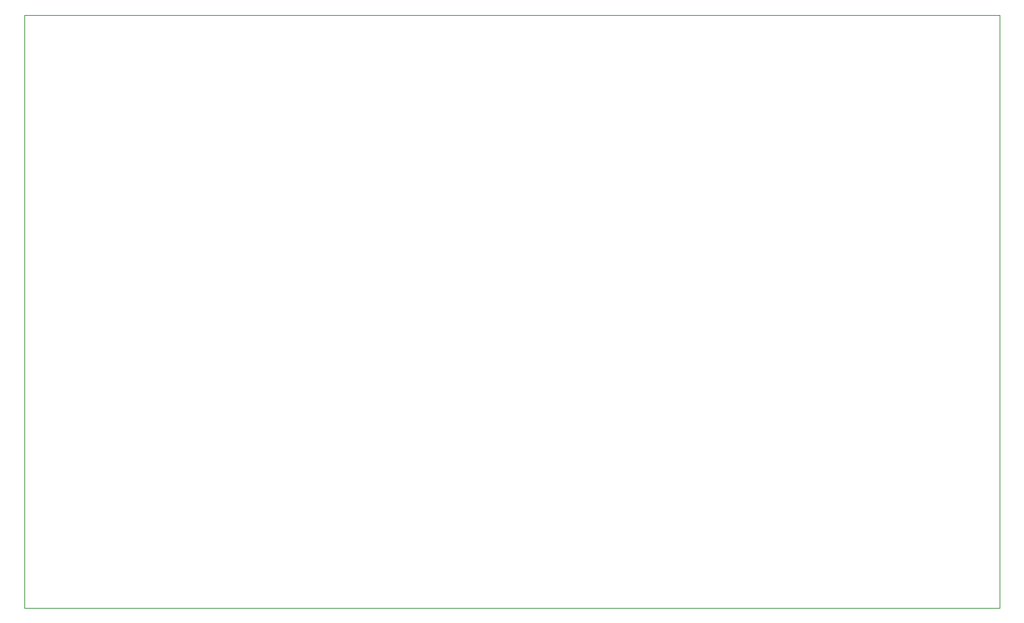
<source format=gbr>
%TF.GenerationSoftware,KiCad,Pcbnew,7.0.11+dfsg-1build4*%
%TF.CreationDate,2025-10-15T20:37:07-05:00*%
%TF.ProjectId,mcu-proto-115x70mm,6d63752d-7072-46f7-946f-2d3131357837,rev?*%
%TF.SameCoordinates,Original*%
%TF.FileFunction,Profile,NP*%
%FSLAX46Y46*%
G04 Gerber Fmt 4.6, Leading zero omitted, Abs format (unit mm)*
G04 Created by KiCad (PCBNEW 7.0.11+dfsg-1build4) date 2025-10-15 20:37:07*
%MOMM*%
%LPD*%
G01*
G04 APERTURE LIST*
%TA.AperFunction,Profile*%
%ADD10C,0.050000*%
%TD*%
G04 APERTURE END LIST*
D10*
X100000000Y-120000000D02*
X215000000Y-120000000D01*
X100000000Y-50000000D02*
X100000000Y-120000000D01*
X215000000Y-50000000D02*
X215000000Y-120000000D01*
X100000000Y-50000000D02*
X215000000Y-50000000D01*
M02*

</source>
